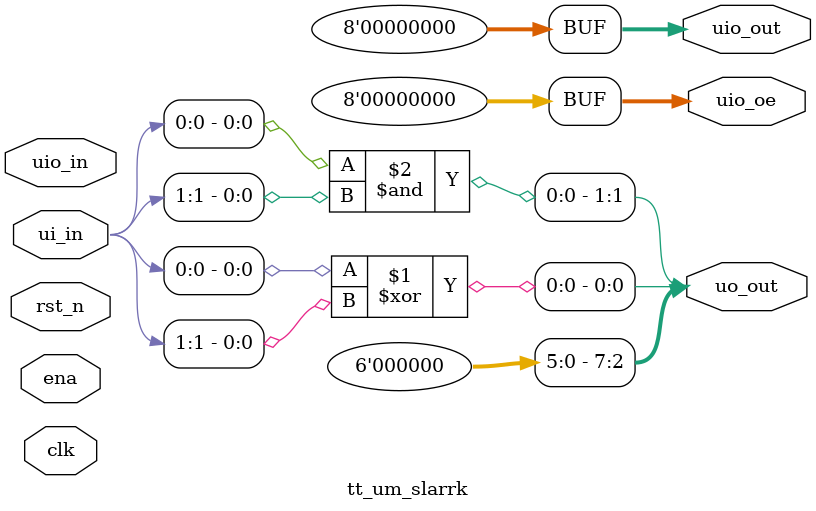
<source format=v>
/*
 * Copyright (c) 2024 Your Name
 * SPDX-License-Identifier: Apache-2.0
 */

`default_nettype none

module tt_um_slarrk (
    input  wire [7:0] ui_in,    // Dedicated inputs
    output wire [7:0] uo_out,   // Dedicated outputs
    input  wire [7:0] uio_in,   // IOs: Input path
    output wire [7:0] uio_out,  // IOs: Output path
    output wire [7:0] uio_oe,   // IOs: Enable path (active high: 0=input, 1=output)
    input  wire       ena,      // always 1 when the design is powered, so you can ignore it
    input  wire       clk,      // clock
    input  wire       rst_n     // reset_n - low to reset
);

  // All output pins must be assigned. If not used, assign to 0.
 // assign uo_out  = ui_in + uio_in;  // Example: ou_out is the sum of ui_in and uio_in
  assign uio_out = 0;
  assign uio_oe  = 0;
    assign uo_out[0]=ui_in[0] ^ ui_in[1];
    assign uo_out[1]=ui_in[0] & ui_in[1];
    assign uo_out[7:2]=6'b0;
endmodule

</source>
